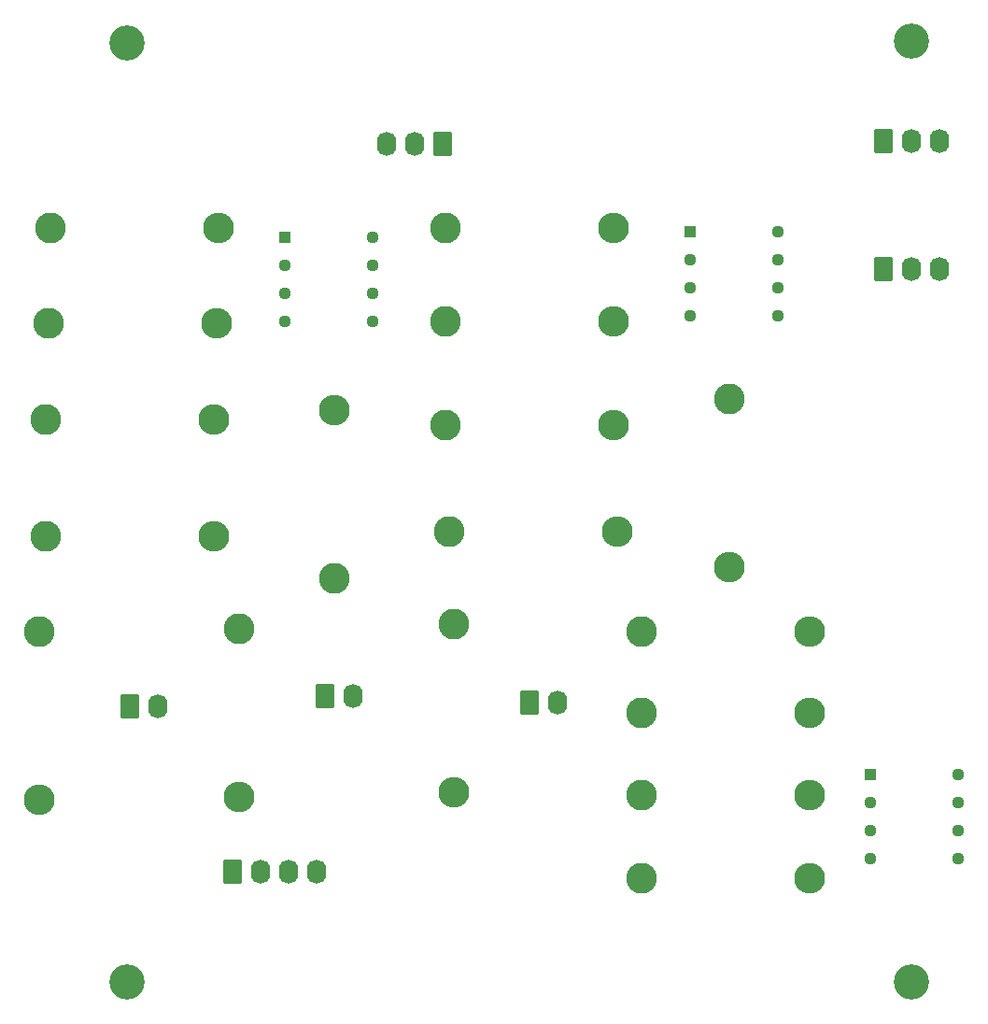
<source format=gbr>
%TF.GenerationSoftware,KiCad,Pcbnew,(6.0.1)*%
%TF.CreationDate,2022-04-20T22:23:46-05:00*%
%TF.ProjectId,voltage_adder_board,766f6c74-6167-4655-9f61-646465725f62,rev?*%
%TF.SameCoordinates,Original*%
%TF.FileFunction,Soldermask,Bot*%
%TF.FilePolarity,Negative*%
%FSLAX46Y46*%
G04 Gerber Fmt 4.6, Leading zero omitted, Abs format (unit mm)*
G04 Created by KiCad (PCBNEW (6.0.1)) date 2022-04-20 22:23:46*
%MOMM*%
%LPD*%
G01*
G04 APERTURE LIST*
G04 Aperture macros list*
%AMRoundRect*
0 Rectangle with rounded corners*
0 $1 Rounding radius*
0 $2 $3 $4 $5 $6 $7 $8 $9 X,Y pos of 4 corners*
0 Add a 4 corners polygon primitive as box body*
4,1,4,$2,$3,$4,$5,$6,$7,$8,$9,$2,$3,0*
0 Add four circle primitives for the rounded corners*
1,1,$1+$1,$2,$3*
1,1,$1+$1,$4,$5*
1,1,$1+$1,$6,$7*
1,1,$1+$1,$8,$9*
0 Add four rect primitives between the rounded corners*
20,1,$1+$1,$2,$3,$4,$5,0*
20,1,$1+$1,$4,$5,$6,$7,0*
20,1,$1+$1,$6,$7,$8,$9,0*
20,1,$1+$1,$8,$9,$2,$3,0*%
G04 Aperture macros list end*
%ADD10C,2.800000*%
%ADD11O,2.800000X2.800000*%
%ADD12C,3.200000*%
%ADD13RoundRect,0.250000X-0.620000X-0.845000X0.620000X-0.845000X0.620000X0.845000X-0.620000X0.845000X0*%
%ADD14O,1.740000X2.190000*%
%ADD15R,1.130000X1.130000*%
%ADD16C,1.130000*%
%ADD17RoundRect,0.250000X0.620000X0.845000X-0.620000X0.845000X-0.620000X-0.845000X0.620000X-0.845000X0*%
G04 APERTURE END LIST*
D10*
%TO.C,R4*%
X69088000Y-67310000D03*
D11*
X84328000Y-67310000D03*
%TD*%
D10*
%TO.C,R5*%
X86360000Y-94996000D03*
D11*
X86360000Y-110236000D03*
%TD*%
D12*
%TO.C,H4*%
X76200000Y-127000000D03*
%TD*%
D13*
%TO.C,J7*%
X144780000Y-50820000D03*
D14*
X147320000Y-50820000D03*
X149860000Y-50820000D03*
%TD*%
D10*
%TO.C,R17*%
X122809000Y-95250000D03*
D11*
X138049000Y-95250000D03*
%TD*%
D13*
%TO.C,J4*%
X112649000Y-101727000D03*
D14*
X115189000Y-101727000D03*
%TD*%
D13*
%TO.C,J6*%
X144780000Y-62376990D03*
D14*
X147320000Y-62376990D03*
X149860000Y-62376990D03*
%TD*%
D13*
%TO.C,J3*%
X94107000Y-101111990D03*
D14*
X96647000Y-101111990D03*
%TD*%
D10*
%TO.C,R6*%
X69215000Y-58674000D03*
D11*
X84455000Y-58674000D03*
%TD*%
D10*
%TO.C,R8*%
X105029000Y-76581000D03*
D11*
X120269000Y-76581000D03*
%TD*%
D10*
%TO.C,R16*%
X122809000Y-102616000D03*
D11*
X138049000Y-102616000D03*
%TD*%
D15*
%TO.C,U1*%
X90518000Y-59563000D03*
D16*
X90518000Y-62103000D03*
X90518000Y-64643000D03*
X90518000Y-67183000D03*
X98458000Y-67183000D03*
X98458000Y-64643000D03*
X98458000Y-62103000D03*
X98458000Y-59563000D03*
%TD*%
D15*
%TO.C,U3*%
X143604000Y-108204000D03*
D16*
X143604000Y-110744000D03*
X143604000Y-113284000D03*
X143604000Y-115824000D03*
X151544000Y-115824000D03*
X151544000Y-113284000D03*
X151544000Y-110744000D03*
X151544000Y-108204000D03*
%TD*%
D13*
%TO.C,J1*%
X76454000Y-102000990D03*
D14*
X78994000Y-102000990D03*
%TD*%
D17*
%TO.C,J5*%
X104775000Y-51034000D03*
D14*
X102235000Y-51034000D03*
X99695000Y-51034000D03*
%TD*%
D10*
%TO.C,R12*%
X105029000Y-67183000D03*
D11*
X120269000Y-67183000D03*
%TD*%
D10*
%TO.C,R11*%
X130810000Y-74168000D03*
D11*
X130810000Y-89408000D03*
%TD*%
D12*
%TO.C,H2*%
X76200000Y-41910000D03*
%TD*%
%TO.C,H1*%
X147320000Y-127000000D03*
%TD*%
D15*
%TO.C,U2*%
X127221000Y-59055000D03*
D16*
X127221000Y-61595000D03*
X127221000Y-64135000D03*
X127221000Y-66675000D03*
X135161000Y-66675000D03*
X135161000Y-64135000D03*
X135161000Y-61595000D03*
X135161000Y-59055000D03*
%TD*%
D10*
%TO.C,R15*%
X122809000Y-117602000D03*
D11*
X138049000Y-117602000D03*
%TD*%
D10*
%TO.C,R14*%
X122809000Y-110109000D03*
D11*
X138049000Y-110109000D03*
%TD*%
D10*
%TO.C,R3*%
X68199000Y-95250000D03*
D11*
X68199000Y-110490000D03*
%TD*%
D13*
%TO.C,J2*%
X85725000Y-116987000D03*
D14*
X88265000Y-116987000D03*
X90805000Y-116987000D03*
X93345000Y-116987000D03*
%TD*%
D10*
%TO.C,R2*%
X68834000Y-86614000D03*
D11*
X84074000Y-86614000D03*
%TD*%
D10*
%TO.C,R1*%
X68834000Y-76073000D03*
D11*
X84074000Y-76073000D03*
%TD*%
D10*
%TO.C,R10*%
X94996000Y-90424000D03*
D11*
X94996000Y-75184000D03*
%TD*%
D10*
%TO.C,R9*%
X105410000Y-86233000D03*
D11*
X120650000Y-86233000D03*
%TD*%
D10*
%TO.C,R13*%
X105029000Y-58674000D03*
D11*
X120269000Y-58674000D03*
%TD*%
D10*
%TO.C,R7*%
X105791000Y-94615000D03*
D11*
X105791000Y-109855000D03*
%TD*%
D12*
%TO.C,H3*%
X147320000Y-41783000D03*
%TD*%
M02*

</source>
